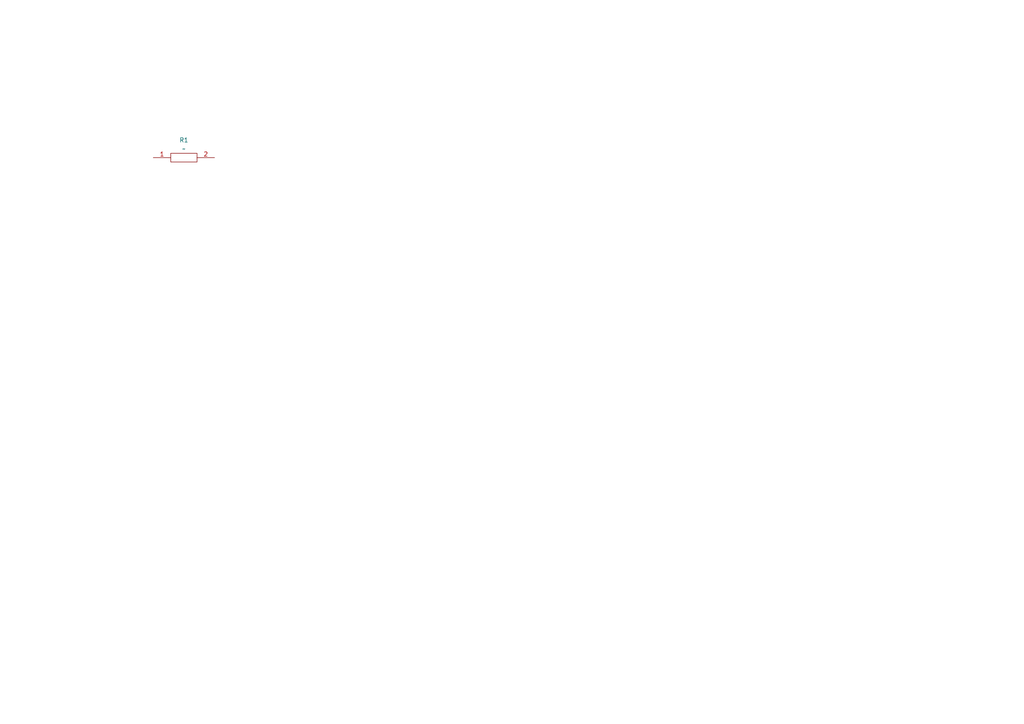
<source format=kicad_sch>
(kicad_sch (version 20250114) (generator "eeschema") (generator_version "9.0")
  (paper "A4")
  (lib_symbols
    (symbol "My_lib2:R_CF100-3K3-J-TB-070-62" (pin_names (offset 0) (hide yes))
      (property "Reference" "R" (at 5.08 2.794 0))
      (symbol "R_CF100-3K3-J-TB-070-62_0_0"
        (pin passive line (at 0 0 0) (length 5.08) (name "~") (number "1"))
        (pin passive line (at 17.78 0 180) (length 5.08) (name "~") (number "2"))
      )
      (symbol "R_CF100-3K3-J-TB-070-62_0_1"
        (polyline (pts (xy 5.08 1.27) (xy 12.7 1.27) (xy 12.7 -1.27) (xy 5.08 -1.27) (xy 5.08 1.27)) (stroke (width 0.1524)))
      )
    )
  )
  (symbol (lib_id "My_lib2:R_CF100-3K3-J-TB-070-62") (at 44.45 45.72 0) (unit 1)
    (property "Reference" "R1" (at 53.34 40.64 0))
    (property "Value" "~" (at 53.34 43.18 0))
    (property "Footprint" "My_lib2:R" (effects (hide yes)))
    (property "Description" "CF100-3K3-J-TB-070-62 CARBON FILM FIXED RESISTOR, 1.0(1W)" (effects (hide yes)))
    (property "Description_1" "CARBON FILM FIXED RESISTOR, 1.0(1W)" (effects (hide yes)))
    (property "Manufacturer_Name" "HKR" (effects (hide yes)))
    (property "Manufacturer_Part_Number" "CF100-3K3-J-TB-070-62" (effects (hide yes)))
  )
)
</source>
